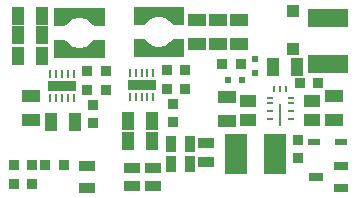
<source format=gtp>
G04*
G04 #@! TF.GenerationSoftware,Altium Limited,Altium Designer,20.0.2 (26)*
G04*
G04 Layer_Color=8421504*
%FSLAX25Y25*%
%MOIN*%
G70*
G01*
G75*
%ADD10C,0.03347*%
%ADD11R,0.03347X0.03347*%
%ADD12R,0.04291X0.04409*%
%ADD13R,0.04331X0.01968*%
%ADD14R,0.03347X0.03347*%
%ADD15R,0.13504X0.06024*%
%ADD16R,0.04724X0.02559*%
%ADD17R,0.04000X0.06000*%
%ADD18R,0.06000X0.04000*%
%ADD19R,0.16929X0.03347*%
%ADD20R,0.09449X0.03307*%
%ADD21R,0.01063X0.02913*%
%ADD22R,0.05787X0.04016*%
%ADD23R,0.05472X0.03780*%
%ADD24R,0.03780X0.05472*%
%ADD25R,0.05709X0.03543*%
%ADD26R,0.00984X0.07185*%
%ADD27R,0.02362X0.00984*%
%ADD28R,0.00984X0.02362*%
%ADD29R,0.07480X0.13386*%
%ADD30R,0.02165X0.02165*%
%ADD31R,0.02165X0.02165*%
%ADD32R,0.03347X0.06299*%
G36*
X14938Y40671D02*
Y43986D01*
X18873D01*
Y40671D01*
X14938D01*
D02*
G37*
G36*
X19662Y40676D02*
Y43986D01*
X23607D01*
Y40676D01*
X19662D01*
D02*
G37*
G36*
X41438Y41021D02*
Y44336D01*
X45373D01*
Y41021D01*
X41438D01*
D02*
G37*
G36*
X46162Y41026D02*
Y44336D01*
X50107D01*
Y41026D01*
X46162D01*
D02*
G37*
D10*
X45920Y56561D02*
G03*
X57180Y56561I5630J3798D01*
G01*
Y64156D02*
G03*
X45920Y64156I-5630J-3798D01*
G01*
X30680Y63806D02*
G03*
X19420Y63806I-5630J-3798D01*
G01*
Y56211D02*
G03*
X30680Y56211I5630J3798D01*
G01*
D11*
X3099Y15950D02*
D03*
X9201D02*
D03*
X54199Y47750D02*
D03*
X60301D02*
D03*
X54249Y41500D02*
D03*
X60351D02*
D03*
X9201Y9550D02*
D03*
X3099D02*
D03*
X13749Y15950D02*
D03*
X19851D02*
D03*
X72699Y49700D02*
D03*
X78801D02*
D03*
X98449Y43300D02*
D03*
X104551D02*
D03*
X33801Y47400D02*
D03*
X27699D02*
D03*
X33851Y41150D02*
D03*
X27749D02*
D03*
D12*
X96250Y54701D02*
D03*
Y67299D02*
D03*
D13*
X112228Y23550D02*
D03*
X103172D02*
D03*
D14*
X98050Y18399D02*
D03*
Y24501D02*
D03*
X56100Y30199D02*
D03*
Y36301D02*
D03*
X29600Y35951D02*
D03*
Y29849D02*
D03*
D15*
X108000Y65066D02*
D03*
Y49633D02*
D03*
D16*
X112234Y8220D02*
D03*
Y15779D02*
D03*
X103966Y12000D02*
D03*
D17*
X49150Y24000D02*
D03*
X41150D02*
D03*
Y30650D02*
D03*
X49150D02*
D03*
X4750Y59300D02*
D03*
X12750D02*
D03*
X23700Y30200D02*
D03*
X15700D02*
D03*
X89700Y48600D02*
D03*
X97700D02*
D03*
X4750Y65750D02*
D03*
X12750D02*
D03*
X4750Y52400D02*
D03*
X12750D02*
D03*
D18*
X71325Y64300D02*
D03*
Y56300D02*
D03*
X78400Y64300D02*
D03*
Y56300D02*
D03*
X64250Y64300D02*
D03*
Y56300D02*
D03*
X109850Y30900D02*
D03*
Y38900D02*
D03*
X74350Y30700D02*
D03*
Y38700D02*
D03*
X8800Y39150D02*
D03*
Y31150D02*
D03*
D19*
X51550Y67150D02*
D03*
Y53567D02*
D03*
X25050Y53217D02*
D03*
Y66800D02*
D03*
D20*
X45768Y42683D02*
D03*
X19268Y42333D02*
D03*
D21*
X41831Y46600D02*
D03*
X43800D02*
D03*
X45768D02*
D03*
X47737D02*
D03*
X49705D02*
D03*
Y38765D02*
D03*
X47737D02*
D03*
X45768D02*
D03*
X43800D02*
D03*
X41831D02*
D03*
X15331Y38415D02*
D03*
X17300D02*
D03*
X19268D02*
D03*
X21237D02*
D03*
X23205D02*
D03*
Y46250D02*
D03*
X21237D02*
D03*
X19268D02*
D03*
X17300D02*
D03*
X15331D02*
D03*
D22*
X81300Y30908D02*
D03*
Y37207D02*
D03*
X102750Y30908D02*
D03*
Y37207D02*
D03*
D23*
X49650Y8940D02*
D03*
Y15160D02*
D03*
X42750Y8940D02*
D03*
Y15160D02*
D03*
X67300Y16990D02*
D03*
Y23210D02*
D03*
D24*
X61865Y16250D02*
D03*
X55644D02*
D03*
X61865Y23137D02*
D03*
X55644D02*
D03*
D25*
X27550Y8360D02*
D03*
Y15840D02*
D03*
D26*
X92032Y32736D02*
D03*
D27*
X88488Y31409D02*
D03*
Y33968D02*
D03*
Y36527D02*
D03*
Y38496D02*
D03*
X95575D02*
D03*
Y36527D02*
D03*
Y33968D02*
D03*
Y31409D02*
D03*
D28*
X90063Y41350D02*
D03*
X92032D02*
D03*
X94000D02*
D03*
D29*
X77154Y19750D02*
D03*
X90146D02*
D03*
D30*
X74500Y44500D02*
D03*
X79100D02*
D03*
D31*
X83650Y46800D02*
D03*
Y51400D02*
D03*
D32*
X58341Y65674D02*
D03*
X44759D02*
D03*
X58341Y55044D02*
D03*
X44759D02*
D03*
X18259Y54694D02*
D03*
X31841D02*
D03*
X18259Y65324D02*
D03*
X31841D02*
D03*
M02*

</source>
